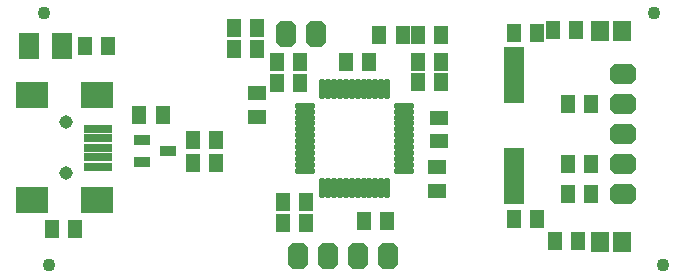
<source format=gts>
G04*
G04 #@! TF.GenerationSoftware,Altium Limited,Altium Designer,19.0.15 (446)*
G04*
G04 Layer_Color=8388736*
%FSLAX23Y23*%
%MOIN*%
G70*
G01*
G75*
%ADD29R,0.045X0.059*%
%ADD30R,0.067X0.185*%
%ADD31R,0.059X0.071*%
%ADD32R,0.059X0.045*%
G04:AMPARAMS|DCode=33|XSize=19mil|YSize=69mil|CornerRadius=7mil|HoleSize=0mil|Usage=FLASHONLY|Rotation=180.000|XOffset=0mil|YOffset=0mil|HoleType=Round|Shape=RoundedRectangle|*
%AMROUNDEDRECTD33*
21,1,0.019,0.056,0,0,180.0*
21,1,0.006,0.069,0,0,180.0*
1,1,0.014,-0.003,0.028*
1,1,0.014,0.003,0.028*
1,1,0.014,0.003,-0.028*
1,1,0.014,-0.003,-0.028*
%
%ADD33ROUNDEDRECTD33*%
G04:AMPARAMS|DCode=34|XSize=19mil|YSize=69mil|CornerRadius=7mil|HoleSize=0mil|Usage=FLASHONLY|Rotation=270.000|XOffset=0mil|YOffset=0mil|HoleType=Round|Shape=RoundedRectangle|*
%AMROUNDEDRECTD34*
21,1,0.019,0.056,0,0,270.0*
21,1,0.006,0.069,0,0,270.0*
1,1,0.014,-0.028,-0.003*
1,1,0.014,-0.028,0.003*
1,1,0.014,0.028,0.003*
1,1,0.014,0.028,-0.003*
%
%ADD34ROUNDEDRECTD34*%
%ADD35R,0.053X0.032*%
%ADD36R,0.071X0.087*%
%ADD37R,0.106X0.087*%
%ADD38R,0.097X0.028*%
%ADD39C,0.045*%
G04:AMPARAMS|DCode=40|XSize=88mil|YSize=68mil|CornerRadius=0mil|HoleSize=0mil|Usage=FLASHONLY|Rotation=0.000|XOffset=0mil|YOffset=0mil|HoleType=Round|Shape=Octagon|*
%AMOCTAGOND40*
4,1,8,0.044,-0.017,0.044,0.017,0.027,0.034,-0.027,0.034,-0.044,0.017,-0.044,-0.017,-0.027,-0.034,0.027,-0.034,0.044,-0.017,0.0*
%
%ADD40OCTAGOND40*%

G04:AMPARAMS|DCode=41|XSize=88mil|YSize=68mil|CornerRadius=0mil|HoleSize=0mil|Usage=FLASHONLY|Rotation=90.000|XOffset=0mil|YOffset=0mil|HoleType=Round|Shape=Octagon|*
%AMOCTAGOND41*
4,1,8,0.017,0.044,-0.017,0.044,-0.034,0.027,-0.034,-0.027,-0.017,-0.044,0.017,-0.044,0.034,-0.027,0.034,0.027,0.017,0.044,0.0*
%
%ADD41OCTAGOND41*%

%ADD42C,0.043*%
D29*
X5219Y3611D02*
D03*
X5141D02*
D03*
X5011Y3603D02*
D03*
X5089Y3603D02*
D03*
X5269Y3065D02*
D03*
X5191D02*
D03*
X5269Y3165D02*
D03*
X5191D02*
D03*
X5269Y3365D02*
D03*
X5191D02*
D03*
X5224Y2908D02*
D03*
X5146D02*
D03*
X5011Y2983D02*
D03*
X5089Y2983D02*
D03*
X4299Y3505D02*
D03*
X4221Y3505D02*
D03*
X4299Y3435D02*
D03*
X4221Y3435D02*
D03*
X4076Y3620D02*
D03*
X4154D02*
D03*
Y3550D02*
D03*
X4076Y3550D02*
D03*
X4529Y3505D02*
D03*
X4451D02*
D03*
X4640Y3595D02*
D03*
X4561D02*
D03*
X4769D02*
D03*
X4691D02*
D03*
X4769Y3505D02*
D03*
X4691Y3505D02*
D03*
X4769Y3440D02*
D03*
X4691Y3440D02*
D03*
X4511Y2975D02*
D03*
X4589D02*
D03*
X4241Y3040D02*
D03*
X4319Y3040D02*
D03*
X4241Y2970D02*
D03*
X4319Y2970D02*
D03*
X3941Y3170D02*
D03*
X4019D02*
D03*
X3761Y3330D02*
D03*
X3840D02*
D03*
X3471Y2950D02*
D03*
X3549D02*
D03*
X3581Y3560D02*
D03*
X3659D02*
D03*
X4019Y3245D02*
D03*
X3941D02*
D03*
D30*
X5010Y3461D02*
D03*
Y3126D02*
D03*
D31*
X5371Y2906D02*
D03*
X5297D02*
D03*
Y3609D02*
D03*
X5371D02*
D03*
D32*
X4155Y3401D02*
D03*
Y3322D02*
D03*
X4760Y3241D02*
D03*
Y3319D02*
D03*
X4755Y3154D02*
D03*
Y3076D02*
D03*
D33*
X4588Y3087D02*
D03*
X4569D02*
D03*
X4549D02*
D03*
X4529D02*
D03*
X4510D02*
D03*
X4490D02*
D03*
X4470D02*
D03*
X4450D02*
D03*
X4431D02*
D03*
X4411D02*
D03*
X4391D02*
D03*
X4372D02*
D03*
Y3416D02*
D03*
X4391D02*
D03*
X4411D02*
D03*
X4431D02*
D03*
X4450D02*
D03*
X4470D02*
D03*
X4490D02*
D03*
X4510D02*
D03*
X4529D02*
D03*
X4549D02*
D03*
X4569D02*
D03*
X4588D02*
D03*
D34*
X4315Y3143D02*
D03*
Y3163D02*
D03*
Y3183D02*
D03*
Y3202D02*
D03*
Y3222D02*
D03*
Y3242D02*
D03*
Y3261D02*
D03*
Y3281D02*
D03*
Y3301D02*
D03*
Y3320D02*
D03*
Y3340D02*
D03*
Y3360D02*
D03*
X4645D02*
D03*
Y3340D02*
D03*
Y3320D02*
D03*
Y3301D02*
D03*
Y3281D02*
D03*
Y3261D02*
D03*
Y3242D02*
D03*
Y3222D02*
D03*
Y3202D02*
D03*
Y3183D02*
D03*
Y3163D02*
D03*
Y3143D02*
D03*
D35*
X3859Y3210D02*
D03*
X3771Y3173D02*
D03*
Y3247D02*
D03*
D36*
X3395Y3560D02*
D03*
X3505D02*
D03*
D37*
X3405Y3045D02*
D03*
Y3395D02*
D03*
X3620Y3045D02*
D03*
Y3395D02*
D03*
D38*
X3624Y3157D02*
D03*
Y3189D02*
D03*
Y3220D02*
D03*
Y3252D02*
D03*
Y3283D02*
D03*
D39*
X3519Y3134D02*
D03*
Y3307D02*
D03*
D40*
X5375Y3065D02*
D03*
Y3165D02*
D03*
Y3265D02*
D03*
Y3365D02*
D03*
Y3465D02*
D03*
D41*
X4350Y3600D02*
D03*
X4250D02*
D03*
X4290Y2860D02*
D03*
X4390D02*
D03*
X4490D02*
D03*
X4590D02*
D03*
D42*
X3444Y3669D02*
D03*
X5478Y3668D02*
D03*
X5509Y2829D02*
D03*
X3462D02*
D03*
M02*

</source>
